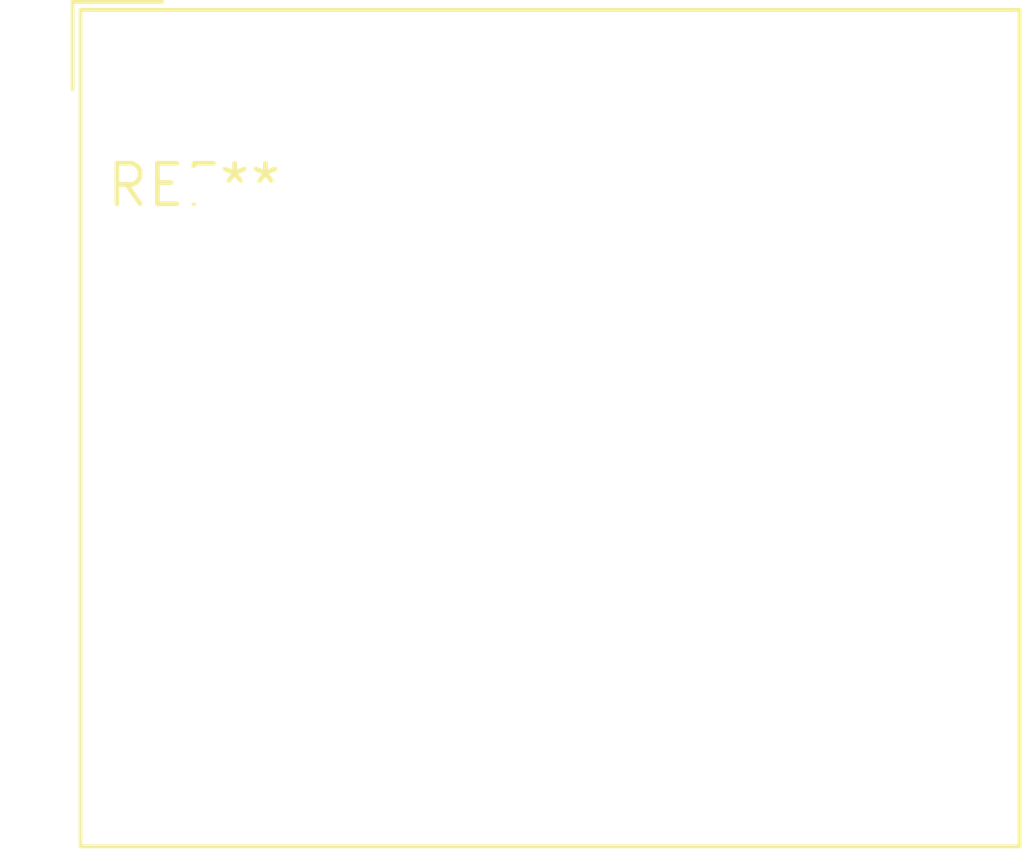
<source format=kicad_pcb>
(kicad_pcb (version 20240108) (generator pcbnew)
  (layers (0 "F.Cu" signal) (31 "B.Cu" signal) (34 "B.Paste" user) (35 "F.Paste" user) (36 "B.SilkS" user "B.Silkscreen") (37 "F.SilkS" user "F.Silkscreen") (38 "B.Mask" user) (39 "F.Mask" user) (44 "Edge.Cuts" user))
  (net 0 "")
  (footprint "LEM_LV25-P" (layer "F.Cu") (at 0 0)
    (property "Reference" "REF**")
    (property "Value" "LEM_LV25-P")
    (fp_line (start -3.81 -5.75) (end -3.81 -3) (layer "F.SilkS") (stroke (width 0.12)))
    (fp_line (start -3.81 -5.75) (end -1 -5.75) (layer "F.SilkS") (stroke (width 0.12)))
    (fp_line (start -3.56 -5.5) (end 25.88 -5.5) (layer "F.SilkS") (stroke (width 0.12)))
    (fp_line (start -3.56 20.74) (end -3.56 -5.5) (layer "F.SilkS") (stroke (width 0.12)))
    (fp_line (start 25.88 -5.5) (end 25.88 20.74) (layer "F.SilkS") (stroke (width 0.12)))
    (fp_line (start 25.88 20.74) (end -3.56 20.74) (layer "F.SilkS") (stroke (width 0.12)))
    (pad "1" thru_hole rect (at 0 0) (size 2.1 2.1) (drill 1.1) (layers *.Cu *.Mask) (remove_unused_layers))
    (pad "3" thru_hole circle (at 0 15.24) (size 2.1 2.1) (drill 1.1) (layers *.Cu *.Mask) (remove_unused_layers))
    (pad "4" thru_hole circle (at 20.32 15.24) (size 2.2 2.2) (drill 1.2) (layers *.Cu *.Mask) (remove_unused_layers))
    (pad "5" thru_hole circle (at 20.32 7.62) (size 2.2 2.2) (drill 1.2) (layers *.Cu *.Mask) (remove_unused_layers))
    (pad "6" thru_hole circle (at 20.32 0) (size 2.2 2.2) (drill 1.2) (layers *.Cu *.Mask) (remove_unused_layers))
  )
)
</source>
